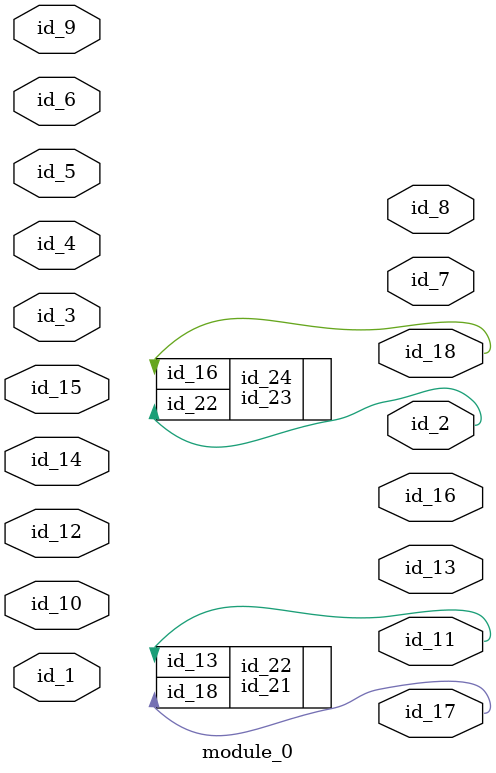
<source format=v>
module module_0 (
    id_1,
    id_2,
    id_3,
    id_4,
    id_5,
    id_6,
    id_7,
    id_8,
    id_9,
    id_10,
    id_11,
    id_12,
    id_13,
    id_14,
    id_15,
    id_16,
    id_17,
    id_18
);
  output id_18;
  output id_17;
  output id_16;
  input id_15;
  input id_14;
  output id_13;
  input id_12;
  output id_11;
  input id_10;
  input id_9;
  output id_8;
  output id_7;
  input id_6;
  input id_5;
  input id_4;
  input id_3;
  output id_2;
  input id_1;
  id_19 id_20 (
      .id_14(id_10),
      .id_9 (id_4)
  );
  id_21 id_22 (
      .id_13(id_11),
      .id_18(id_10),
      .id_18(id_17)
  );
  id_23 id_24 (
      .id_22(id_2),
      .id_16(id_18)
  );
endmodule

</source>
